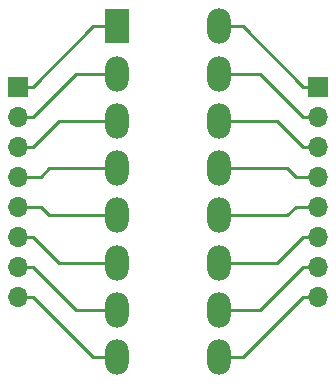
<source format=gbr>
%TF.GenerationSoftware,KiCad,Pcbnew,(6.0.11)*%
%TF.CreationDate,2023-02-06T20:57:08+10:00*%
%TF.ProjectId,can_explorer,63616e5f-6578-4706-9c6f-7265722e6b69,rev?*%
%TF.SameCoordinates,Original*%
%TF.FileFunction,Copper,L2,Bot*%
%TF.FilePolarity,Positive*%
%FSLAX46Y46*%
G04 Gerber Fmt 4.6, Leading zero omitted, Abs format (unit mm)*
G04 Created by KiCad (PCBNEW (6.0.11)) date 2023-02-06 20:57:08*
%MOMM*%
%LPD*%
G01*
G04 APERTURE LIST*
%TA.AperFunction,ComponentPad*%
%ADD10R,2.000000X3.000000*%
%TD*%
%TA.AperFunction,ComponentPad*%
%ADD11O,2.000000X3.000000*%
%TD*%
%TA.AperFunction,ComponentPad*%
%ADD12R,1.700000X1.700000*%
%TD*%
%TA.AperFunction,ComponentPad*%
%ADD13O,1.700000X1.700000*%
%TD*%
%TA.AperFunction,Conductor*%
%ADD14C,0.250000*%
%TD*%
G04 APERTURE END LIST*
D10*
%TO.P,J1,1,Pin_1*%
%TO.N,Net-(J1-Pad1)*%
X143020000Y-67280000D03*
D11*
%TO.P,J1,2,Pin_2*%
%TO.N,Net-(J1-Pad2)*%
X143020000Y-71280000D03*
%TO.P,J1,3,Pin_3*%
%TO.N,Net-(J1-Pad3)*%
X143020000Y-75280000D03*
%TO.P,J1,4,Pin_4*%
%TO.N,GND*%
X143020000Y-79280000D03*
%TO.P,J1,5,Pin_5*%
%TO.N,Net-(J1-Pad5)*%
X143020000Y-83280000D03*
%TO.P,J1,6,Pin_6*%
%TO.N,Net-(J1-Pad6)*%
X143020000Y-87280000D03*
%TO.P,J1,7,Pin_7*%
%TO.N,Net-(J1-Pad7)*%
X143020000Y-91280000D03*
%TO.P,J1,8,Pin_8*%
%TO.N,Net-(J1-Pad8)*%
X143020000Y-95280000D03*
%TO.P,J1,9,Pin_9*%
%TO.N,Net-(J1-Pad9)*%
X151620000Y-67280000D03*
%TO.P,J1,10,Pin_10*%
%TO.N,Net-(J1-Pad10)*%
X151620000Y-71280000D03*
%TO.P,J1,11,Pin_11*%
%TO.N,Net-(J1-Pad11)*%
X151620000Y-75280000D03*
%TO.P,J1,12,Pin_12*%
%TO.N,Net-(J1-Pad12)*%
X151620000Y-79280000D03*
%TO.P,J1,13,Pin_13*%
%TO.N,Net-(J1-Pad13)*%
X151620000Y-83280000D03*
%TO.P,J1,14,Pin_14*%
%TO.N,Net-(J1-Pad14)*%
X151620000Y-87280000D03*
%TO.P,J1,15,Pin_15*%
%TO.N,Net-(J1-Pad15)*%
X151620000Y-91280000D03*
%TO.P,J1,16,Pin_16*%
%TO.N,Net-(J1-Pad16)*%
X151620000Y-95280000D03*
%TD*%
D12*
%TO.P,J2,1,Pin_1*%
%TO.N,Net-(J1-Pad1)*%
X134620000Y-72390000D03*
D13*
%TO.P,J2,2,Pin_2*%
%TO.N,Net-(J1-Pad2)*%
X134620000Y-74930000D03*
%TO.P,J2,3,Pin_3*%
%TO.N,Net-(J1-Pad3)*%
X134620000Y-77470000D03*
%TO.P,J2,4,Pin_4*%
%TO.N,GND*%
X134620000Y-80010000D03*
%TO.P,J2,5,Pin_5*%
%TO.N,Net-(J1-Pad5)*%
X134620000Y-82550000D03*
%TO.P,J2,6,Pin_6*%
%TO.N,Net-(J1-Pad6)*%
X134620000Y-85090000D03*
%TO.P,J2,7,Pin_7*%
%TO.N,Net-(J1-Pad7)*%
X134620000Y-87630000D03*
%TO.P,J2,8,Pin_8*%
%TO.N,Net-(J1-Pad8)*%
X134620000Y-90170000D03*
%TD*%
D12*
%TO.P,J3,1,Pin_1*%
%TO.N,Net-(J1-Pad9)*%
X160020000Y-72390000D03*
D13*
%TO.P,J3,2,Pin_2*%
%TO.N,Net-(J1-Pad10)*%
X160020000Y-74930000D03*
%TO.P,J3,3,Pin_3*%
%TO.N,Net-(J1-Pad11)*%
X160020000Y-77470000D03*
%TO.P,J3,4,Pin_4*%
%TO.N,Net-(J1-Pad12)*%
X160020000Y-80010000D03*
%TO.P,J3,5,Pin_5*%
%TO.N,Net-(J1-Pad13)*%
X160020000Y-82550000D03*
%TO.P,J3,6,Pin_6*%
%TO.N,Net-(J1-Pad14)*%
X160020000Y-85090000D03*
%TO.P,J3,7,Pin_7*%
%TO.N,Net-(J1-Pad15)*%
X160020000Y-87630000D03*
%TO.P,J3,8,Pin_8*%
%TO.N,Net-(J1-Pad16)*%
X160020000Y-90170000D03*
%TD*%
D14*
%TO.N,Net-(J1-Pad1)*%
X134620000Y-72390000D02*
X135890000Y-72390000D01*
X141000000Y-67280000D02*
X143020000Y-67280000D01*
X135890000Y-72390000D02*
X141000000Y-67280000D01*
%TO.N,Net-(J1-Pad2)*%
X135890000Y-74930000D02*
X139540000Y-71280000D01*
X134620000Y-74930000D02*
X135890000Y-74930000D01*
X139540000Y-71280000D02*
X143020000Y-71280000D01*
%TO.N,Net-(J1-Pad3)*%
X135890000Y-77470000D02*
X138080000Y-75280000D01*
X134620000Y-77470000D02*
X135890000Y-77470000D01*
X138080000Y-75280000D02*
X143020000Y-75280000D01*
%TO.N,GND*%
X136525000Y-80010000D02*
X137255000Y-79280000D01*
X134620000Y-80010000D02*
X136525000Y-80010000D01*
X137255000Y-79280000D02*
X143020000Y-79280000D01*
%TO.N,Net-(J1-Pad5)*%
X134620000Y-82550000D02*
X136525000Y-82550000D01*
X136525000Y-82550000D02*
X137255000Y-83280000D01*
X137255000Y-83280000D02*
X143020000Y-83280000D01*
%TO.N,Net-(J1-Pad6)*%
X135890000Y-85090000D02*
X138080000Y-87280000D01*
X134620000Y-85090000D02*
X135890000Y-85090000D01*
X138080000Y-87280000D02*
X143020000Y-87280000D01*
%TO.N,Net-(J1-Pad7)*%
X139540000Y-91280000D02*
X143020000Y-91280000D01*
X134620000Y-87630000D02*
X135890000Y-87630000D01*
X135890000Y-87630000D02*
X139540000Y-91280000D01*
%TO.N,Net-(J1-Pad8)*%
X135890000Y-90170000D02*
X141000000Y-95280000D01*
X141000000Y-95280000D02*
X143020000Y-95280000D01*
X134620000Y-90170000D02*
X135890000Y-90170000D01*
%TO.N,Net-(J1-Pad9)*%
X153640000Y-67280000D02*
X151620000Y-67280000D01*
X158750000Y-72390000D02*
X153640000Y-67280000D01*
X160020000Y-72390000D02*
X158750000Y-72390000D01*
%TO.N,Net-(J1-Pad10)*%
X160020000Y-74930000D02*
X158750000Y-74930000D01*
X158750000Y-74930000D02*
X155100000Y-71280000D01*
X155100000Y-71280000D02*
X151620000Y-71280000D01*
%TO.N,Net-(J1-Pad11)*%
X158750000Y-77470000D02*
X156560000Y-75280000D01*
X156560000Y-75280000D02*
X151620000Y-75280000D01*
X160020000Y-77470000D02*
X158750000Y-77470000D01*
%TO.N,Net-(J1-Pad12)*%
X160020000Y-80010000D02*
X158115000Y-80010000D01*
X158115000Y-80010000D02*
X157385000Y-79280000D01*
X157385000Y-79280000D02*
X151620000Y-79280000D01*
%TO.N,Net-(J1-Pad13)*%
X158115000Y-82550000D02*
X157385000Y-83280000D01*
X160020000Y-82550000D02*
X158115000Y-82550000D01*
X157385000Y-83280000D02*
X151620000Y-83280000D01*
%TO.N,Net-(J1-Pad14)*%
X158750000Y-85090000D02*
X156560000Y-87280000D01*
X160020000Y-85090000D02*
X158750000Y-85090000D01*
X156560000Y-87280000D02*
X151620000Y-87280000D01*
%TO.N,Net-(J1-Pad15)*%
X158750000Y-87630000D02*
X155100000Y-91280000D01*
X160020000Y-87630000D02*
X158750000Y-87630000D01*
X155100000Y-91280000D02*
X151620000Y-91280000D01*
%TO.N,Net-(J1-Pad16)*%
X160020000Y-90170000D02*
X158750000Y-90170000D01*
X158750000Y-90170000D02*
X153640000Y-95280000D01*
X153640000Y-95280000D02*
X151620000Y-95280000D01*
%TD*%
M02*

</source>
